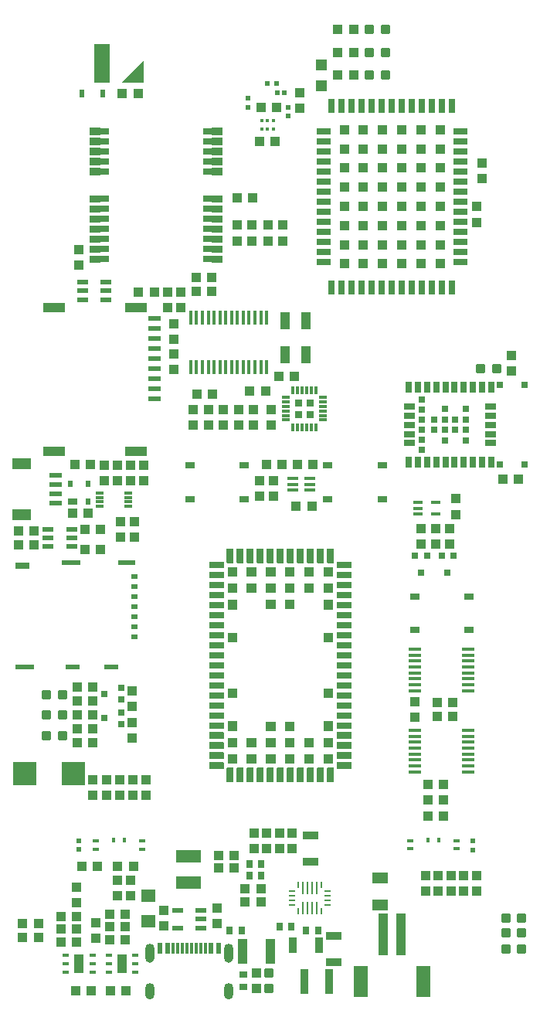
<source format=gtp>
G04*
G04 #@! TF.GenerationSoftware,Altium Limited,Altium Designer,23.1.1 (15)*
G04*
G04 Layer_Color=8421504*
%FSLAX44Y44*%
%MOMM*%
G71*
G04*
G04 #@! TF.SameCoordinates,52DFFBC7-DF18-43FC-A01C-1C5016B87F82*
G04*
G04*
G04 #@! TF.FilePolarity,Positive*
G04*
G01*
G75*
%ADD20C,0.5334*%
%ADD21R,1.1001X1.1001*%
%ADD22R,1.5001X0.8001*%
%ADD23R,0.8001X1.5001*%
%ADD24R,1.1500X0.6000*%
%ADD25R,1.2000X0.4000*%
%ADD26R,1.0000X0.4000*%
%ADD27R,0.7000X0.7000*%
%ADD28R,1.4750X0.4500*%
%ADD29R,0.8500X0.3000*%
%ADD30R,0.6500X0.4500*%
%ADD31R,1.1032X2.0032*%
%ADD32R,0.6299X0.8301*%
%ADD33R,0.3000X0.8499*%
%ADD34R,0.8499X0.3000*%
%ADD35R,1.0000X0.7000*%
%ADD36R,0.6000X0.7000*%
%ADD37R,0.4100X0.3300*%
%ADD38R,0.7000X0.7000*%
%ADD39R,1.1501X0.7000*%
%ADD40R,0.7000X1.1501*%
%ADD41R,1.8001X0.8001*%
%ADD42R,0.7000X0.2500*%
%ADD43R,0.2500X0.7000*%
%ADD44R,0.2500X1.4000*%
%ADD45R,1.7000X4.1999*%
%ADD46R,1.0000X1.0000*%
%ADD47R,2.4000X1.1000*%
%ADD48R,1.4000X0.6200*%
G04:AMPARAMS|DCode=49|XSize=1mm|YSize=1mm|CornerRadius=0.15mm|HoleSize=0mm|Usage=FLASHONLY|Rotation=270.000|XOffset=0mm|YOffset=0mm|HoleType=Round|Shape=RoundedRectangle|*
%AMROUNDEDRECTD49*
21,1,1.0000,0.7000,0,0,270.0*
21,1,0.7000,1.0000,0,0,270.0*
1,1,0.3000,-0.3500,-0.3500*
1,1,0.3000,-0.3500,0.3500*
1,1,0.3000,0.3500,0.3500*
1,1,0.3000,0.3500,-0.3500*
%
%ADD49ROUNDEDRECTD49*%
%ADD50R,0.8001X1.5001*%
%ADD51R,0.7500X0.6000*%
%ADD52R,1.6000X0.5000*%
%ADD53R,2.0000X0.5000*%
%ADD54R,1.5000X0.7000*%
%ADD55R,1.9500X0.5000*%
%ADD56R,1.6000X3.4000*%
%ADD57R,1.0000X4.5999*%
%ADD58R,2.0000X1.1999*%
%ADD59R,1.3500X0.6000*%
%ADD60R,0.9000X0.7500*%
%ADD61R,0.4900X0.5200*%
%ADD62R,1.8200X1.1600*%
%ADD63R,0.6000X1.1500*%
%ADD64R,0.3000X1.1500*%
%ADD65R,0.3500X1.5001*%
%ADD66R,1.1500X1.1500*%
%ADD67R,1.6000X1.4001*%
%ADD68R,0.9500X2.8000*%
%ADD69R,1.1001X1.8999*%
%ADD70R,2.5603X2.5001*%
%ADD71R,2.8000X1.4000*%
%ADD72R,1.7000X0.9500*%
%ADD73R,0.7500X0.9000*%
%ADD74R,1.0000X2.8001*%
%ADD75R,1.1001X1.0000*%
%ADD76R,1.0000X1.1001*%
%ADD77R,0.6000X0.6000*%
%ADD78R,0.4500X0.6000*%
%ADD79R,0.6604X0.3556*%
G04:AMPARAMS|DCode=80|XSize=1mm|YSize=1mm|CornerRadius=0.15mm|HoleSize=0mm|Usage=FLASHONLY|Rotation=180.000|XOffset=0mm|YOffset=0mm|HoleType=Round|Shape=RoundedRectangle|*
%AMROUNDEDRECTD80*
21,1,1.0000,0.7000,0,0,180.0*
21,1,0.7000,1.0000,0,0,180.0*
1,1,0.3000,-0.3500,0.3500*
1,1,0.3000,0.3500,0.3500*
1,1,0.3000,0.3500,-0.3500*
1,1,0.3000,-0.3500,-0.3500*
%
%ADD80ROUNDEDRECTD80*%
%ADD81R,0.6000X0.6000*%
%ADD82R,0.6000X0.6000*%
%ADD83R,0.9500X1.7000*%
G36*
X146814Y1008251D02*
X122814D01*
X146814Y1032251D01*
Y1008251D01*
D02*
G37*
G36*
X110015Y1008050D02*
X93015D01*
Y1050051D01*
X110015D01*
Y1008050D01*
D02*
G37*
G36*
X233655Y950554D02*
X221656D01*
Y951555D01*
X212654D01*
Y957555D01*
X221656D01*
Y958555D01*
X233655D01*
Y950554D01*
D02*
G37*
G36*
X99654Y957555D02*
X108656D01*
Y951555D01*
X99654D01*
Y950554D01*
X87655D01*
Y958555D01*
X99654D01*
Y957555D01*
D02*
G37*
G36*
X233655Y939556D02*
X221656D01*
Y940554D01*
X212654D01*
Y946554D01*
X221656D01*
Y947555D01*
X233655D01*
Y939556D01*
D02*
G37*
G36*
X99654Y946554D02*
X108656D01*
Y940554D01*
X99654D01*
Y939556D01*
X87655D01*
Y947555D01*
X99654D01*
Y946554D01*
D02*
G37*
G36*
X233655Y928555D02*
X221656D01*
Y929556D01*
X212654D01*
Y935556D01*
X221656D01*
Y936554D01*
X233655D01*
Y928555D01*
D02*
G37*
G36*
X99654Y935556D02*
X108656D01*
Y929556D01*
X99654D01*
Y928555D01*
X87655D01*
Y936554D01*
X99654D01*
Y935556D01*
D02*
G37*
G36*
X233655Y917555D02*
X221656D01*
Y918555D01*
X212654D01*
Y924555D01*
X221656D01*
Y925556D01*
X233655D01*
Y917555D01*
D02*
G37*
G36*
X99654Y924555D02*
X108656D01*
Y918555D01*
X99654D01*
Y917555D01*
X87655D01*
Y925556D01*
X99654D01*
Y924555D01*
D02*
G37*
G36*
X233655Y906554D02*
X221656D01*
Y907555D01*
X212654D01*
Y913554D01*
X221656D01*
Y914555D01*
X233655D01*
Y906554D01*
D02*
G37*
G36*
X99654Y913554D02*
X108656D01*
Y907555D01*
X99654D01*
Y906554D01*
X87655D01*
Y914555D01*
X99654D01*
Y913554D01*
D02*
G37*
G36*
X233655Y876554D02*
X221656D01*
Y877555D01*
X212654D01*
Y883554D01*
X221656D01*
Y884555D01*
X233655D01*
Y876554D01*
D02*
G37*
G36*
X99654Y883554D02*
X108656D01*
Y877555D01*
X99654D01*
Y876554D01*
X87655D01*
Y884555D01*
X99654D01*
Y883554D01*
D02*
G37*
G36*
X233655Y865556D02*
X221656D01*
Y866554D01*
X212654D01*
Y872556D01*
X221656D01*
Y873554D01*
X233655D01*
Y865556D01*
D02*
G37*
G36*
X99654Y872556D02*
X108656D01*
Y866554D01*
X99654D01*
Y865556D01*
X87655D01*
Y873554D01*
X99654D01*
Y872556D01*
D02*
G37*
G36*
X233655Y854555D02*
X221656D01*
Y855556D01*
X212654D01*
Y861555D01*
X221656D01*
Y862556D01*
X233655D01*
Y854555D01*
D02*
G37*
G36*
X99654Y861555D02*
X108656D01*
Y855556D01*
X99654D01*
Y854555D01*
X87655D01*
Y862556D01*
X99654D01*
Y861555D01*
D02*
G37*
G36*
X233655Y843554D02*
X221656D01*
Y844555D01*
X212654D01*
Y850555D01*
X221656D01*
Y851555D01*
X233655D01*
Y843554D01*
D02*
G37*
G36*
X99654Y850555D02*
X108656D01*
Y844555D01*
X99654D01*
Y843554D01*
X87655D01*
Y851555D01*
X99654D01*
Y850555D01*
D02*
G37*
G36*
X233655Y832556D02*
X221656D01*
Y833554D01*
X212654D01*
Y839554D01*
X221656D01*
Y840555D01*
X233655D01*
Y832556D01*
D02*
G37*
G36*
X99654Y839554D02*
X108656D01*
Y833554D01*
X99654D01*
Y832556D01*
X87655D01*
Y840555D01*
X99654D01*
Y839554D01*
D02*
G37*
G36*
X233655Y821555D02*
X221656D01*
Y822556D01*
X212654D01*
Y828556D01*
X221656D01*
Y829554D01*
X233655D01*
Y821555D01*
D02*
G37*
G36*
X99654Y828556D02*
X108656D01*
Y822556D01*
X99654D01*
Y821555D01*
X87655D01*
Y829554D01*
X99654D01*
Y828556D01*
D02*
G37*
G36*
X233655Y810555D02*
X221656D01*
Y811555D01*
X212654D01*
Y817555D01*
X221656D01*
Y818556D01*
X233655D01*
Y810555D01*
D02*
G37*
G36*
X99654Y817555D02*
X108656D01*
Y811555D01*
X99654D01*
Y810555D01*
X87655D01*
Y818556D01*
X99654D01*
Y817555D01*
D02*
G37*
G36*
X336916Y667474D02*
X334515D01*
Y675274D01*
X336916D01*
Y667474D01*
D02*
G37*
G36*
X331914D02*
X329514D01*
Y675274D01*
X331914D01*
Y667474D01*
D02*
G37*
G36*
X326916D02*
X324515D01*
Y675274D01*
X326916D01*
Y667474D01*
D02*
G37*
G36*
X321914D02*
X319514D01*
Y675274D01*
X321914D01*
Y667474D01*
D02*
G37*
G36*
X316916D02*
X314515D01*
Y675274D01*
X316916D01*
Y667474D01*
D02*
G37*
G36*
X311915D02*
X309514D01*
Y675274D01*
X311915D01*
Y667474D01*
D02*
G37*
G36*
X347614Y662176D02*
X339814D01*
Y664576D01*
X347614D01*
Y662176D01*
D02*
G37*
G36*
X306616D02*
X298816D01*
Y664576D01*
X306616D01*
Y662176D01*
D02*
G37*
G36*
X347614Y657174D02*
X339814D01*
Y659575D01*
X347614D01*
Y657174D01*
D02*
G37*
G36*
X306616D02*
X298816D01*
Y659575D01*
X306616D01*
Y657174D01*
D02*
G37*
G36*
X333215Y653374D02*
X325714D01*
Y660875D01*
X333215D01*
Y653374D01*
D02*
G37*
G36*
X320716D02*
X313215D01*
Y660875D01*
X320716D01*
Y653374D01*
D02*
G37*
G36*
X347614Y652176D02*
X339814D01*
Y654576D01*
X347614D01*
Y652176D01*
D02*
G37*
G36*
X306616D02*
X298816D01*
Y654576D01*
X306616D01*
Y652176D01*
D02*
G37*
G36*
X347614Y647174D02*
X339814D01*
Y649575D01*
X347614D01*
Y647174D01*
D02*
G37*
G36*
X306616D02*
X298816D01*
Y649575D01*
X306616D01*
Y647174D01*
D02*
G37*
G36*
X347614Y642176D02*
X339814D01*
Y644576D01*
X347614D01*
Y642176D01*
D02*
G37*
G36*
X306616D02*
X298816D01*
Y644576D01*
X306616D01*
Y642176D01*
D02*
G37*
G36*
X333215Y640875D02*
X325714D01*
Y648376D01*
X333215D01*
Y640875D01*
D02*
G37*
G36*
X320716D02*
X313215D01*
Y648376D01*
X320716D01*
Y640875D01*
D02*
G37*
G36*
X347614Y637174D02*
X339814D01*
Y639575D01*
X347614D01*
Y637174D01*
D02*
G37*
G36*
X306616D02*
X298816D01*
Y639575D01*
X306616D01*
Y637174D01*
D02*
G37*
G36*
X336916Y626476D02*
X334515D01*
Y634276D01*
X336916D01*
Y626476D01*
D02*
G37*
G36*
X331914D02*
X329514D01*
Y634276D01*
X331914D01*
Y626476D01*
D02*
G37*
G36*
X326916D02*
X324515D01*
Y634276D01*
X326916D01*
Y626476D01*
D02*
G37*
G36*
X321914D02*
X319514D01*
Y634276D01*
X321914D01*
Y626476D01*
D02*
G37*
G36*
X316916D02*
X314515D01*
Y634276D01*
X316916D01*
Y626476D01*
D02*
G37*
G36*
X311915D02*
X309514D01*
Y634276D01*
X311915D01*
Y626476D01*
D02*
G37*
G36*
X355295Y481820D02*
X347795D01*
Y497319D01*
X355295D01*
Y481820D01*
D02*
G37*
G36*
X344295D02*
X336794D01*
Y497319D01*
X344295D01*
Y481820D01*
D02*
G37*
G36*
X333296D02*
X325796D01*
Y497319D01*
X333296D01*
Y481820D01*
D02*
G37*
G36*
X322295D02*
X314795D01*
Y497319D01*
X322295D01*
Y481820D01*
D02*
G37*
G36*
X311295D02*
X303794D01*
Y497319D01*
X311295D01*
Y481820D01*
D02*
G37*
G36*
X300294D02*
X292796D01*
Y497319D01*
X300294D01*
Y481820D01*
D02*
G37*
G36*
X289296D02*
X281795D01*
Y497319D01*
X289296D01*
Y481820D01*
D02*
G37*
G36*
X278295D02*
X270795D01*
Y497319D01*
X278295D01*
Y481820D01*
D02*
G37*
G36*
X267294D02*
X259794D01*
Y497319D01*
X267294D01*
Y481820D01*
D02*
G37*
G36*
X256296D02*
X248796D01*
Y497319D01*
X256296D01*
Y481820D01*
D02*
G37*
G36*
X245295D02*
X237795D01*
Y497319D01*
X245295D01*
Y481820D01*
D02*
G37*
G36*
X374294Y475821D02*
X358795D01*
Y483319D01*
X374294D01*
Y475821D01*
D02*
G37*
G36*
X234295D02*
X218796D01*
Y483319D01*
X234295D01*
Y475821D01*
D02*
G37*
G36*
X354294Y466819D02*
X343794D01*
Y477319D01*
X354294D01*
Y466819D01*
D02*
G37*
G36*
X333296D02*
X322796D01*
Y477319D01*
X333296D01*
Y466819D01*
D02*
G37*
G36*
X312295D02*
X301795D01*
Y477319D01*
X312295D01*
Y466819D01*
D02*
G37*
G36*
X291295D02*
X280795D01*
Y477319D01*
X291295D01*
Y466819D01*
D02*
G37*
G36*
X270294D02*
X259794D01*
Y477319D01*
X270294D01*
Y466819D01*
D02*
G37*
G36*
X249296D02*
X238796D01*
Y477319D01*
X249296D01*
Y466819D01*
D02*
G37*
G36*
X374294Y464820D02*
X358795D01*
Y472321D01*
X374294D01*
Y464820D01*
D02*
G37*
G36*
X234295D02*
X218796D01*
Y472321D01*
X234295D01*
Y464820D01*
D02*
G37*
G36*
X374294Y453819D02*
X358795D01*
Y461320D01*
X374294D01*
Y453819D01*
D02*
G37*
G36*
X234295D02*
X218796D01*
Y461320D01*
X234295D01*
Y453819D01*
D02*
G37*
G36*
X354294Y448820D02*
X343794D01*
Y459321D01*
X354294D01*
Y448820D01*
D02*
G37*
G36*
X333296D02*
X322796D01*
Y459321D01*
X333296D01*
Y448820D01*
D02*
G37*
G36*
X312295D02*
X301795D01*
Y459321D01*
X312295D01*
Y448820D01*
D02*
G37*
G36*
X291295D02*
X280795D01*
Y459321D01*
X291295D01*
Y448820D01*
D02*
G37*
G36*
X270294D02*
X259794D01*
Y459321D01*
X270294D01*
Y448820D01*
D02*
G37*
G36*
X249296D02*
X238796D01*
Y459321D01*
X249296D01*
Y448820D01*
D02*
G37*
G36*
X374294Y442821D02*
X358795D01*
Y450319D01*
X374294D01*
Y442821D01*
D02*
G37*
G36*
X234295D02*
X218796D01*
Y450319D01*
X234295D01*
Y442821D01*
D02*
G37*
G36*
X374294Y431820D02*
X358795D01*
Y439321D01*
X374294D01*
Y431820D01*
D02*
G37*
G36*
X234295D02*
X218796D01*
Y439321D01*
X234295D01*
Y431820D01*
D02*
G37*
G36*
X312295Y431320D02*
X301795D01*
Y441320D01*
X312295D01*
Y431320D01*
D02*
G37*
G36*
X291295D02*
X280795D01*
Y441320D01*
X291295D01*
Y431320D01*
D02*
G37*
G36*
X354294Y430820D02*
X343794D01*
Y441320D01*
X354294D01*
Y430820D01*
D02*
G37*
G36*
X249296D02*
X238796D01*
Y441320D01*
X249296D01*
Y430820D01*
D02*
G37*
G36*
X374294Y420820D02*
X358795D01*
Y428320D01*
X374294D01*
Y420820D01*
D02*
G37*
G36*
X234295D02*
X218796D01*
Y428320D01*
X234295D01*
Y420820D01*
D02*
G37*
G36*
X374294Y409819D02*
X358795D01*
Y417319D01*
X374294D01*
Y409819D01*
D02*
G37*
G36*
X234295D02*
X218796D01*
Y417319D01*
X234295D01*
Y409819D01*
D02*
G37*
G36*
X374294Y398821D02*
X358795D01*
Y406321D01*
X374294D01*
Y398821D01*
D02*
G37*
G36*
X234295D02*
X218796D01*
Y406321D01*
X234295D01*
Y398821D01*
D02*
G37*
G36*
X354294Y394820D02*
X343794D01*
Y405321D01*
X354294D01*
Y394820D01*
D02*
G37*
G36*
X249296D02*
X238796D01*
Y405321D01*
X249296D01*
Y394820D01*
D02*
G37*
G36*
X374294Y387820D02*
X358795D01*
Y395321D01*
X374294D01*
Y387820D01*
D02*
G37*
G36*
X234295D02*
X218796D01*
Y395321D01*
X234295D01*
Y387820D01*
D02*
G37*
G36*
X374294Y376819D02*
X358795D01*
Y384320D01*
X374294D01*
Y376819D01*
D02*
G37*
G36*
X234295D02*
X218796D01*
Y384320D01*
X234295D01*
Y376819D01*
D02*
G37*
G36*
X374294Y365821D02*
X358795D01*
Y373319D01*
X374294D01*
Y365821D01*
D02*
G37*
G36*
X234295D02*
X218796D01*
Y373319D01*
X234295D01*
Y365821D01*
D02*
G37*
G36*
X374294Y354820D02*
X358795D01*
Y362321D01*
X374294D01*
Y354820D01*
D02*
G37*
G36*
X234295D02*
X218796D01*
Y362321D01*
X234295D01*
Y354820D01*
D02*
G37*
G36*
X374294Y343820D02*
X358795D01*
Y351320D01*
X374294D01*
Y343820D01*
D02*
G37*
G36*
X234295D02*
X218796D01*
Y351320D01*
X234295D01*
Y343820D01*
D02*
G37*
G36*
X354294Y333820D02*
X343794D01*
Y344320D01*
X354294D01*
Y333820D01*
D02*
G37*
G36*
X249296D02*
X238796D01*
Y344320D01*
X249296D01*
Y333820D01*
D02*
G37*
G36*
X374294Y332819D02*
X358795D01*
Y340319D01*
X374294D01*
Y332819D01*
D02*
G37*
G36*
X234295D02*
X218796D01*
Y340319D01*
X234295D01*
Y332819D01*
D02*
G37*
G36*
X374294Y321820D02*
X358795D01*
Y329321D01*
X374294D01*
Y321820D01*
D02*
G37*
G36*
X234295D02*
X218796D01*
Y329321D01*
X234295D01*
Y321820D01*
D02*
G37*
G36*
X374294Y310820D02*
X358795D01*
Y318320D01*
X374294D01*
Y310820D01*
D02*
G37*
G36*
X234295D02*
X218796D01*
Y318320D01*
X234295D01*
Y310820D01*
D02*
G37*
G36*
X374294Y299819D02*
X358795D01*
Y307320D01*
X374294D01*
Y299819D01*
D02*
G37*
G36*
X234295D02*
X218796D01*
Y307320D01*
X234295D01*
Y299819D01*
D02*
G37*
G36*
X354294Y297820D02*
X343794D01*
Y308320D01*
X354294D01*
Y297820D01*
D02*
G37*
G36*
X312295D02*
X301795D01*
Y307820D01*
X312295D01*
Y297820D01*
D02*
G37*
G36*
X291295D02*
X280795D01*
Y307820D01*
X291295D01*
Y297820D01*
D02*
G37*
G36*
X249296D02*
X238796D01*
Y308320D01*
X249296D01*
Y297820D01*
D02*
G37*
G36*
X374294Y288821D02*
X358795D01*
Y296319D01*
X374294D01*
Y288821D01*
D02*
G37*
G36*
X234295D02*
X218796D01*
Y296319D01*
X234295D01*
Y288821D01*
D02*
G37*
G36*
X354294Y279819D02*
X343794D01*
Y290319D01*
X354294D01*
Y279819D01*
D02*
G37*
G36*
X333296D02*
X322796D01*
Y290319D01*
X333296D01*
Y279819D01*
D02*
G37*
G36*
X312295D02*
X301795D01*
Y290319D01*
X312295D01*
Y279819D01*
D02*
G37*
G36*
X291295D02*
X280795D01*
Y290319D01*
X291295D01*
Y279819D01*
D02*
G37*
G36*
X270294D02*
X259794D01*
Y290319D01*
X270294D01*
Y279819D01*
D02*
G37*
G36*
X249296D02*
X238796D01*
Y290319D01*
X249296D01*
Y279819D01*
D02*
G37*
G36*
X374294Y277820D02*
X358795D01*
Y285321D01*
X374294D01*
Y277820D01*
D02*
G37*
G36*
X234295D02*
X218796D01*
Y285321D01*
X234295D01*
Y277820D01*
D02*
G37*
G36*
X374294Y266819D02*
X358795D01*
Y274320D01*
X374294D01*
Y266819D01*
D02*
G37*
G36*
X234295D02*
X218796D01*
Y274320D01*
X234295D01*
Y266819D01*
D02*
G37*
G36*
X354294Y261821D02*
X343794D01*
Y272321D01*
X354294D01*
Y261821D01*
D02*
G37*
G36*
X333296D02*
X322796D01*
Y272321D01*
X333296D01*
Y261821D01*
D02*
G37*
G36*
X312295D02*
X301795D01*
Y272321D01*
X312295D01*
Y261821D01*
D02*
G37*
G36*
X291295D02*
X280795D01*
Y272321D01*
X291295D01*
Y261821D01*
D02*
G37*
G36*
X270294D02*
X259794D01*
Y272321D01*
X270294D01*
Y261821D01*
D02*
G37*
G36*
X249296D02*
X238796D01*
Y272321D01*
X249296D01*
Y261821D01*
D02*
G37*
G36*
X374294Y255821D02*
X358795D01*
Y263319D01*
X374294D01*
Y255821D01*
D02*
G37*
G36*
X234295D02*
X218796D01*
Y263319D01*
X234295D01*
Y255821D01*
D02*
G37*
G36*
X355295Y241821D02*
X347795D01*
Y257320D01*
X355295D01*
Y241821D01*
D02*
G37*
G36*
X344295D02*
X336794D01*
Y257320D01*
X344295D01*
Y241821D01*
D02*
G37*
G36*
X333296D02*
X325796D01*
Y257320D01*
X333296D01*
Y241821D01*
D02*
G37*
G36*
X322295D02*
X314795D01*
Y257320D01*
X322295D01*
Y241821D01*
D02*
G37*
G36*
X311295D02*
X303794D01*
Y257320D01*
X311295D01*
Y241821D01*
D02*
G37*
G36*
X300294D02*
X292796D01*
Y257320D01*
X300294D01*
Y241821D01*
D02*
G37*
G36*
X289296D02*
X281795D01*
Y257320D01*
X289296D01*
Y241821D01*
D02*
G37*
G36*
X278295D02*
X270795D01*
Y257320D01*
X278295D01*
Y241821D01*
D02*
G37*
G36*
X267294D02*
X259794D01*
Y257320D01*
X267294D01*
Y241821D01*
D02*
G37*
G36*
X256296D02*
X248796D01*
Y257320D01*
X256296D01*
Y241821D01*
D02*
G37*
G36*
X245295D02*
X237795D01*
Y257320D01*
X245295D01*
Y241821D01*
D02*
G37*
D20*
X156210Y59690D02*
G03*
X153670Y62230I-2540J0D01*
G01*
Y46228D02*
G03*
X156210Y48768I0J2540D01*
G01*
X153670Y62230D02*
G03*
X151130Y59690I0J-2540D01*
G01*
Y48768D02*
G03*
X153670Y46228I2540J0D01*
G01*
X242570Y59690D02*
G03*
X240030Y62230I-2540J0D01*
G01*
Y46228D02*
G03*
X242570Y48768I0J2540D01*
G01*
X240030Y62230D02*
G03*
X237490Y59690I0J-2540D01*
G01*
Y48768D02*
G03*
X240030Y46228I2540J0D01*
G01*
X156210Y16510D02*
G03*
X153670Y19050I-2540J0D01*
G01*
Y6096D02*
G03*
X156210Y8636I0J2540D01*
G01*
X153670Y19050D02*
G03*
X151130Y16510I0J-2540D01*
G01*
Y8636D02*
G03*
X153670Y6096I2540J0D01*
G01*
X242570Y16510D02*
G03*
X240030Y19050I-2540J0D01*
G01*
Y6096D02*
G03*
X242570Y8636I0J2540D01*
G01*
X240030Y19050D02*
G03*
X237490Y16510I0J-2540D01*
G01*
Y8636D02*
G03*
X240030Y6096I2540J0D01*
G01*
X156210Y48768D02*
Y59690D01*
X151130Y48768D02*
Y59690D01*
X242570Y48768D02*
Y59690D01*
X237490Y48768D02*
Y59690D01*
X156210Y8636D02*
Y16510D01*
X151130Y8636D02*
Y16510D01*
X242570Y8636D02*
Y16510D01*
X237490Y8636D02*
Y16510D01*
D21*
X366669Y956404D02*
D03*
Y935406D02*
D03*
Y914405D02*
D03*
Y893404D02*
D03*
Y872406D02*
D03*
Y851405D02*
D03*
Y830405D02*
D03*
Y809404D02*
D03*
X387670D02*
D03*
Y830405D02*
D03*
Y851405D02*
D03*
Y872406D02*
D03*
Y893404D02*
D03*
Y914405D02*
D03*
Y935406D02*
D03*
Y956404D02*
D03*
X408671D02*
D03*
Y935406D02*
D03*
Y914405D02*
D03*
Y893404D02*
D03*
Y872406D02*
D03*
Y851405D02*
D03*
Y830405D02*
D03*
Y809404D02*
D03*
X429669D02*
D03*
Y830405D02*
D03*
Y851405D02*
D03*
Y872406D02*
D03*
Y893404D02*
D03*
Y914405D02*
D03*
Y935406D02*
D03*
Y956404D02*
D03*
X450670D02*
D03*
Y935406D02*
D03*
Y914405D02*
D03*
Y893404D02*
D03*
Y872406D02*
D03*
Y851405D02*
D03*
Y830405D02*
D03*
Y809404D02*
D03*
X471670D02*
D03*
Y830405D02*
D03*
Y851405D02*
D03*
Y872406D02*
D03*
Y893404D02*
D03*
Y914405D02*
D03*
Y935406D02*
D03*
Y956404D02*
D03*
X286045Y436070D02*
D03*
X307045D02*
D03*
X286045Y303070D02*
D03*
X307045D02*
D03*
X244046Y472069D02*
D03*
X265044D02*
D03*
X286045D02*
D03*
X307045D02*
D03*
X328046D02*
D03*
X349044D02*
D03*
X244046Y454071D02*
D03*
X265044D02*
D03*
X286045D02*
D03*
X307045D02*
D03*
X328046D02*
D03*
X349044D02*
D03*
X244046Y436070D02*
D03*
X349044D02*
D03*
X244046Y400070D02*
D03*
X349044D02*
D03*
X244046Y339070D02*
D03*
X349044D02*
D03*
X244046Y303070D02*
D03*
X349044D02*
D03*
X244046Y285069D02*
D03*
X265044D02*
D03*
X286045D02*
D03*
X307045D02*
D03*
X328046D02*
D03*
X349044D02*
D03*
X244046Y267071D02*
D03*
X265044D02*
D03*
X286045D02*
D03*
X307045D02*
D03*
X328046D02*
D03*
X349044D02*
D03*
D22*
X344170Y954405D02*
D03*
Y943404D02*
D03*
Y932406D02*
D03*
Y921405D02*
D03*
Y910405D02*
D03*
Y899404D02*
D03*
Y888406D02*
D03*
Y877405D02*
D03*
Y866404D02*
D03*
Y855406D02*
D03*
Y844405D02*
D03*
Y833404D02*
D03*
Y822404D02*
D03*
Y811405D02*
D03*
X493669D02*
D03*
Y822404D02*
D03*
Y833404D02*
D03*
Y844405D02*
D03*
Y855406D02*
D03*
Y866404D02*
D03*
Y877405D02*
D03*
Y888406D02*
D03*
Y899404D02*
D03*
Y910405D02*
D03*
Y921405D02*
D03*
Y932406D02*
D03*
Y943404D02*
D03*
Y954405D02*
D03*
X227045Y259570D02*
D03*
Y270571D02*
D03*
Y281569D02*
D03*
Y292570D02*
D03*
Y303571D02*
D03*
Y314569D02*
D03*
Y325570D02*
D03*
Y336570D02*
D03*
Y347571D02*
D03*
Y358569D02*
D03*
Y369570D02*
D03*
Y380571D02*
D03*
Y391569D02*
D03*
Y402570D02*
D03*
Y413570D02*
D03*
Y424571D02*
D03*
Y435569D02*
D03*
Y446570D02*
D03*
Y457571D02*
D03*
Y468569D02*
D03*
Y479570D02*
D03*
X366045D02*
D03*
Y468569D02*
D03*
Y457571D02*
D03*
Y446570D02*
D03*
Y435569D02*
D03*
Y424571D02*
D03*
Y413570D02*
D03*
Y402570D02*
D03*
Y391569D02*
D03*
Y380571D02*
D03*
Y369570D02*
D03*
Y358569D02*
D03*
Y347571D02*
D03*
Y336570D02*
D03*
Y325570D02*
D03*
Y314569D02*
D03*
Y303571D02*
D03*
Y292570D02*
D03*
Y281569D02*
D03*
Y270571D02*
D03*
Y259570D02*
D03*
D23*
X352669Y783405D02*
D03*
X363670D02*
D03*
X374670D02*
D03*
X385671D02*
D03*
X396669D02*
D03*
X407670D02*
D03*
X418671D02*
D03*
X429669D02*
D03*
X440670D02*
D03*
X451670D02*
D03*
X462671D02*
D03*
X473669D02*
D03*
X484670D02*
D03*
Y982406D02*
D03*
X473669D02*
D03*
X462671D02*
D03*
X451670D02*
D03*
X440670D02*
D03*
X429669D02*
D03*
X418671D02*
D03*
X407670D02*
D03*
X396669D02*
D03*
X385671D02*
D03*
X374670D02*
D03*
X363670D02*
D03*
X352669D02*
D03*
D24*
X105710Y789280D02*
D03*
Y779780D02*
D03*
Y770280D02*
D03*
X79710D02*
D03*
Y779780D02*
D03*
Y789280D02*
D03*
X209350Y81940D02*
D03*
Y91440D02*
D03*
Y100940D02*
D03*
X184350D02*
D03*
Y81940D02*
D03*
X41776Y518836D02*
D03*
Y509336D02*
D03*
Y499836D02*
D03*
X67776D02*
D03*
Y509336D02*
D03*
Y518836D02*
D03*
D25*
X329096Y574517D02*
D03*
Y568017D02*
D03*
Y561517D02*
D03*
X310096D02*
D03*
Y568017D02*
D03*
Y574517D02*
D03*
D26*
X447294Y548294D02*
D03*
Y541794D02*
D03*
Y535294D02*
D03*
X467294D02*
D03*
Y548294D02*
D03*
D27*
X103779Y311785D02*
D03*
X122281Y318285D02*
D03*
Y305285D02*
D03*
Y331955D02*
D03*
Y344955D02*
D03*
X103779Y338455D02*
D03*
D28*
X502836Y298340D02*
D03*
Y291840D02*
D03*
Y285340D02*
D03*
Y278840D02*
D03*
Y272340D02*
D03*
Y265840D02*
D03*
Y259340D02*
D03*
Y252840D02*
D03*
X444076D02*
D03*
Y259340D02*
D03*
Y265840D02*
D03*
Y272340D02*
D03*
Y278840D02*
D03*
Y285340D02*
D03*
Y291840D02*
D03*
Y298340D02*
D03*
Y387240D02*
D03*
Y380740D02*
D03*
Y374240D02*
D03*
Y367740D02*
D03*
Y361240D02*
D03*
Y354740D02*
D03*
Y348240D02*
D03*
Y341740D02*
D03*
X502836D02*
D03*
Y348240D02*
D03*
Y354740D02*
D03*
Y361240D02*
D03*
Y367740D02*
D03*
Y374240D02*
D03*
Y380740D02*
D03*
Y387240D02*
D03*
D29*
X130050Y543680D02*
D03*
Y548680D02*
D03*
Y553680D02*
D03*
Y558680D02*
D03*
X98550D02*
D03*
Y553680D02*
D03*
Y548680D02*
D03*
Y543680D02*
D03*
D30*
X137632Y33472D02*
D03*
Y42972D02*
D03*
Y52472D02*
D03*
X108632D02*
D03*
Y42972D02*
D03*
Y33472D02*
D03*
X61642Y33218D02*
D03*
Y42718D02*
D03*
Y52218D02*
D03*
X90642D02*
D03*
Y42718D02*
D03*
Y33218D02*
D03*
D31*
X123132Y42972D02*
D03*
X76142Y42718D02*
D03*
D32*
X79304Y995680D02*
D03*
X102306D02*
D03*
D33*
X335714Y671375D02*
D03*
X330716D02*
D03*
X325714D02*
D03*
X320716D02*
D03*
X315714D02*
D03*
X310716D02*
D03*
Y630375D02*
D03*
X315714D02*
D03*
X320716D02*
D03*
X325714D02*
D03*
X330716D02*
D03*
X335714D02*
D03*
D34*
X302715Y663374D02*
D03*
Y658376D02*
D03*
Y653374D02*
D03*
Y648376D02*
D03*
Y643374D02*
D03*
Y638376D02*
D03*
X343715D02*
D03*
Y643374D02*
D03*
Y648376D02*
D03*
Y653374D02*
D03*
Y658376D02*
D03*
Y663374D02*
D03*
D35*
X443710Y445220D02*
D03*
X503710D02*
D03*
X443710Y408220D02*
D03*
X503710D02*
D03*
X68700Y548800D02*
D03*
X257330Y551730D02*
D03*
X197330D02*
D03*
X257330Y588730D02*
D03*
X197330D02*
D03*
X408460Y551730D02*
D03*
X348460D02*
D03*
X408460Y588730D02*
D03*
X348460D02*
D03*
D36*
X66700Y568800D02*
D03*
X85700D02*
D03*
Y548800D02*
D03*
D37*
X289075Y966718D02*
D03*
X282575D02*
D03*
X276075D02*
D03*
Y956818D02*
D03*
X282575D02*
D03*
X289075D02*
D03*
D38*
X537545Y676595D02*
D03*
X564045D02*
D03*
X537545Y589595D02*
D03*
X564045D02*
D03*
X465346Y639095D02*
D03*
Y627596D02*
D03*
X476844Y650596D02*
D03*
Y639095D02*
D03*
Y627596D02*
D03*
Y616095D02*
D03*
X488345Y639095D02*
D03*
Y627596D02*
D03*
X499844Y650596D02*
D03*
Y639095D02*
D03*
Y627596D02*
D03*
Y616095D02*
D03*
X452044Y660596D02*
D03*
Y649595D02*
D03*
Y638594D02*
D03*
Y627596D02*
D03*
Y616595D02*
D03*
Y605594D02*
D03*
X486560Y489946D02*
D03*
X473560D02*
D03*
X480060Y471444D02*
D03*
X450850D02*
D03*
X444350Y489946D02*
D03*
X457350D02*
D03*
D39*
X438295Y613095D02*
D03*
Y623095D02*
D03*
Y633095D02*
D03*
Y643095D02*
D03*
Y653095D02*
D03*
X526796D02*
D03*
Y643095D02*
D03*
Y633095D02*
D03*
Y623095D02*
D03*
Y613095D02*
D03*
D40*
X437546Y674345D02*
D03*
X447546D02*
D03*
X457545D02*
D03*
X467545D02*
D03*
X477545D02*
D03*
X487545D02*
D03*
X497545D02*
D03*
X507545D02*
D03*
X517545D02*
D03*
X527545D02*
D03*
Y591845D02*
D03*
X517545D02*
D03*
X507545D02*
D03*
X497545D02*
D03*
X487545D02*
D03*
X477545D02*
D03*
X467545D02*
D03*
X457545D02*
D03*
X447546D02*
D03*
X437546D02*
D03*
D41*
X220655Y814555D02*
D03*
Y825556D02*
D03*
Y836554D02*
D03*
Y847555D02*
D03*
Y858556D02*
D03*
Y869554D02*
D03*
Y880555D02*
D03*
Y910554D02*
D03*
Y921555D02*
D03*
Y932556D02*
D03*
Y943554D02*
D03*
Y954555D02*
D03*
X100655D02*
D03*
Y943554D02*
D03*
Y932556D02*
D03*
Y921555D02*
D03*
Y910554D02*
D03*
Y880555D02*
D03*
Y869554D02*
D03*
Y858556D02*
D03*
Y847555D02*
D03*
Y836554D02*
D03*
Y825556D02*
D03*
Y814555D02*
D03*
D42*
X309430Y107300D02*
D03*
Y112300D02*
D03*
Y117300D02*
D03*
Y122300D02*
D03*
X348430D02*
D03*
Y117300D02*
D03*
Y112300D02*
D03*
Y107300D02*
D03*
D43*
X316430Y129300D02*
D03*
X341430D02*
D03*
Y100300D02*
D03*
X316430D02*
D03*
D44*
X321430Y125800D02*
D03*
X326430D02*
D03*
X331430D02*
D03*
X336430D02*
D03*
Y103800D02*
D03*
X331430D02*
D03*
X326430D02*
D03*
X321430D02*
D03*
D45*
X101516Y1029051D02*
D03*
D46*
X140335Y1014829D02*
D03*
D47*
X138750Y603731D02*
D03*
X48750Y761613D02*
D03*
X138750D02*
D03*
X48750Y603731D02*
D03*
D48*
X158750Y749421D02*
D03*
Y738421D02*
D03*
Y727421D02*
D03*
Y716421D02*
D03*
Y705421D02*
D03*
Y694421D02*
D03*
Y683421D02*
D03*
Y672421D02*
D03*
Y661421D02*
D03*
D49*
X561221Y92710D02*
D03*
X543679D02*
D03*
Y76700D02*
D03*
X561221D02*
D03*
X543679Y58920D02*
D03*
X561221D02*
D03*
X57666Y337185D02*
D03*
X40124D02*
D03*
X411996Y1016000D02*
D03*
X394454D02*
D03*
X533916Y694690D02*
D03*
X516374D02*
D03*
X394454Y1066165D02*
D03*
X411996D02*
D03*
Y1040765D02*
D03*
X394454D02*
D03*
X40124Y292100D02*
D03*
X57666D02*
D03*
Y314960D02*
D03*
X40124D02*
D03*
D50*
X351546Y250071D02*
D03*
X340545D02*
D03*
X329545D02*
D03*
X318544D02*
D03*
X307546D02*
D03*
X296545D02*
D03*
X285544D02*
D03*
X274546D02*
D03*
X263545D02*
D03*
X252545D02*
D03*
X241544D02*
D03*
Y489069D02*
D03*
X252545D02*
D03*
X263545D02*
D03*
X274546D02*
D03*
X285544D02*
D03*
X296545D02*
D03*
X307546D02*
D03*
X318544D02*
D03*
X329545D02*
D03*
X340545D02*
D03*
X351546D02*
D03*
D51*
X136370Y422942D02*
D03*
Y455942D02*
D03*
Y433942D02*
D03*
Y411942D02*
D03*
Y466942D02*
D03*
Y444942D02*
D03*
Y400942D02*
D03*
D52*
X111120Y367942D02*
D03*
X69120D02*
D03*
D53*
X16120D02*
D03*
X67120Y481942D02*
D03*
D54*
X13620Y478442D02*
D03*
D55*
X128370Y481942D02*
D03*
D56*
X385100Y23099D02*
D03*
X453100D02*
D03*
D57*
X409100Y75100D02*
D03*
X429100D02*
D03*
D58*
X13541Y590611D02*
D03*
Y534609D02*
D03*
D59*
X50292Y547609D02*
D03*
Y557609D02*
D03*
Y567611D02*
D03*
Y577611D02*
D03*
D60*
X256540Y30630D02*
D03*
Y17630D02*
D03*
D61*
X293130Y996950D02*
D03*
X301230D02*
D03*
D62*
X406400Y136670D02*
D03*
Y107170D02*
D03*
D63*
X228850Y60030D02*
D03*
X164850D02*
D03*
X220850D02*
D03*
X172850D02*
D03*
D64*
X214350D02*
D03*
X209350D02*
D03*
X204350D02*
D03*
X199350D02*
D03*
X194350D02*
D03*
X189350D02*
D03*
X184350D02*
D03*
X179350D02*
D03*
D65*
X281630Y696265D02*
D03*
X275229D02*
D03*
X268831D02*
D03*
X262430D02*
D03*
X256029D02*
D03*
X249631D02*
D03*
X243030D02*
D03*
X236830D02*
D03*
X230429D02*
D03*
X224030D02*
D03*
X217630D02*
D03*
X211229D02*
D03*
X204831D02*
D03*
X198430D02*
D03*
Y750265D02*
D03*
X204831D02*
D03*
X211229D02*
D03*
X217630D02*
D03*
X224030D02*
D03*
X230429D02*
D03*
X236830D02*
D03*
X243230D02*
D03*
X249631D02*
D03*
X256029D02*
D03*
X262430D02*
D03*
X268831D02*
D03*
X275229D02*
D03*
X281630D02*
D03*
D66*
X341630Y1027750D02*
D03*
Y1004250D02*
D03*
D67*
X151638Y117633D02*
D03*
Y89632D02*
D03*
D68*
X350300Y23360D02*
D03*
X322800D02*
D03*
D69*
X324556Y709846D02*
D03*
Y746844D02*
D03*
X301554D02*
D03*
Y709846D02*
D03*
D70*
X16459Y250825D02*
D03*
X69901D02*
D03*
D71*
X196088Y132050D02*
D03*
Y160050D02*
D03*
D72*
X330200Y154410D02*
D03*
Y183410D02*
D03*
X355600Y73420D02*
D03*
Y44420D02*
D03*
D73*
X275740Y151630D02*
D03*
X262740D02*
D03*
X295760Y83050D02*
D03*
X308760D02*
D03*
X324970Y79240D02*
D03*
X337970D02*
D03*
X275740Y138930D02*
D03*
X262740D02*
D03*
X254150Y78740D02*
D03*
X241150D02*
D03*
D74*
X285511Y55880D02*
D03*
X255509D02*
D03*
D75*
X118501Y149098D02*
D03*
X135499D02*
D03*
X266309Y881380D02*
D03*
X249311D02*
D03*
X127117Y12700D02*
D03*
X110119D02*
D03*
X72273D02*
D03*
X89271D02*
D03*
X245989Y161290D02*
D03*
X228991D02*
D03*
X245989Y147320D02*
D03*
X228991D02*
D03*
X109812Y97075D02*
D03*
X126810D02*
D03*
Y83105D02*
D03*
X109812D02*
D03*
Y69135D02*
D03*
X126810D02*
D03*
X71257Y589788D02*
D03*
X88255D02*
D03*
X85969Y535940D02*
D03*
X68971D02*
D03*
X99431Y496570D02*
D03*
X82433D02*
D03*
X82179Y518160D02*
D03*
X99177D02*
D03*
X9994Y516890D02*
D03*
X26991D02*
D03*
Y501650D02*
D03*
X9994D02*
D03*
X468767Y313690D02*
D03*
X485765D02*
D03*
X74051Y330200D02*
D03*
X91049D02*
D03*
X468767Y328930D02*
D03*
X485765D02*
D03*
X475605Y238760D02*
D03*
X458607D02*
D03*
X74051Y299720D02*
D03*
X91049D02*
D03*
X274076Y943229D02*
D03*
X291074D02*
D03*
X123581Y995680D02*
D03*
X140579D02*
D03*
X221224Y779145D02*
D03*
X204226D02*
D03*
X221224Y794385D02*
D03*
X204226D02*
D03*
X74051Y345440D02*
D03*
X91049D02*
D03*
Y314960D02*
D03*
X74051D02*
D03*
X280279Y669925D02*
D03*
X263281D02*
D03*
X295031Y685800D02*
D03*
X312029D02*
D03*
X298694Y589915D02*
D03*
X281696D02*
D03*
X331079Y543560D02*
D03*
X314081D02*
D03*
X222494Y666750D02*
D03*
X205496D02*
D03*
X292344Y981075D02*
D03*
X275346D02*
D03*
X73269Y66548D02*
D03*
X56271D02*
D03*
Y94488D02*
D03*
X73269D02*
D03*
Y80518D02*
D03*
X56271D02*
D03*
X540776Y573405D02*
D03*
X557774D02*
D03*
X359801Y1066165D02*
D03*
X376799D02*
D03*
Y1040765D02*
D03*
X359801D02*
D03*
Y1016000D02*
D03*
X376799D02*
D03*
X141361Y778510D02*
D03*
X158359D02*
D03*
X332349Y589915D02*
D03*
X315351D02*
D03*
X91049Y284480D02*
D03*
X74051D02*
D03*
X458607Y222250D02*
D03*
X475605D02*
D03*
X458607Y204470D02*
D03*
X475605D02*
D03*
X275199Y110490D02*
D03*
X258201D02*
D03*
Y124960D02*
D03*
X275199D02*
D03*
X31359Y71374D02*
D03*
X14361D02*
D03*
Y86360D02*
D03*
X31359D02*
D03*
X96383Y149098D02*
D03*
X79385D02*
D03*
D76*
X120650Y227086D02*
D03*
Y244084D02*
D03*
X168910Y84211D02*
D03*
Y101209D02*
D03*
X227076Y103495D02*
D03*
Y86497D02*
D03*
X180340Y693811D02*
D03*
Y710809D02*
D03*
X455930Y139309D02*
D03*
Y122311D02*
D03*
X469900D02*
D03*
Y139309D02*
D03*
X273685Y571744D02*
D03*
Y554746D02*
D03*
X289560D02*
D03*
Y571744D02*
D03*
X121920Y510296D02*
D03*
Y527294D02*
D03*
X106045Y244084D02*
D03*
Y227086D02*
D03*
X91440D02*
D03*
Y244084D02*
D03*
X132334Y589143D02*
D03*
Y572145D02*
D03*
X444246Y312811D02*
D03*
Y329809D02*
D03*
X482600Y519674D02*
D03*
Y502676D02*
D03*
X450850D02*
D03*
Y519674D02*
D03*
X134620Y341874D02*
D03*
Y324876D02*
D03*
X466725Y519674D02*
D03*
Y502676D02*
D03*
X146812Y589143D02*
D03*
Y572145D02*
D03*
X134620Y289951D02*
D03*
Y306949D02*
D03*
X135255Y244084D02*
D03*
Y227086D02*
D03*
X249555Y834781D02*
D03*
Y851779D02*
D03*
X265430D02*
D03*
Y834781D02*
D03*
X511810Y855101D02*
D03*
Y872099D02*
D03*
X318262Y997067D02*
D03*
Y980069D02*
D03*
X76200Y808111D02*
D03*
Y825109D02*
D03*
X283210Y834781D02*
D03*
Y851779D02*
D03*
X299085D02*
D03*
Y834781D02*
D03*
X173355Y778754D02*
D03*
Y761756D02*
D03*
X187452Y778627D02*
D03*
Y761629D02*
D03*
X234315Y632851D02*
D03*
Y649849D02*
D03*
X217805D02*
D03*
Y632851D02*
D03*
X201295Y649849D02*
D03*
Y632851D02*
D03*
X286385D02*
D03*
Y649849D02*
D03*
X250825Y632851D02*
D03*
Y649849D02*
D03*
X267335Y632851D02*
D03*
Y649849D02*
D03*
X180340Y726831D02*
D03*
Y743829D02*
D03*
X549910Y708904D02*
D03*
Y691906D02*
D03*
X149860Y227086D02*
D03*
Y244084D02*
D03*
X270510Y15631D02*
D03*
Y32629D02*
D03*
X488950Y535061D02*
D03*
Y552059D02*
D03*
X137160Y527294D02*
D03*
Y510296D02*
D03*
X103378Y572145D02*
D03*
Y589143D02*
D03*
X117856Y572145D02*
D03*
Y589143D02*
D03*
X511810Y139309D02*
D03*
Y122311D02*
D03*
X483870Y139309D02*
D03*
Y122311D02*
D03*
X295910Y168531D02*
D03*
Y185529D02*
D03*
X281940D02*
D03*
Y168531D02*
D03*
X267970Y185529D02*
D03*
Y168531D02*
D03*
X309880Y185529D02*
D03*
Y168531D02*
D03*
X497840Y139309D02*
D03*
Y122311D02*
D03*
X517354Y902829D02*
D03*
Y919826D02*
D03*
X73660Y126355D02*
D03*
Y109357D02*
D03*
X94742Y88001D02*
D03*
Y71003D02*
D03*
X132588Y134229D02*
D03*
Y117231D02*
D03*
X118110D02*
D03*
Y134229D02*
D03*
D77*
X305562Y971121D02*
D03*
Y981123D02*
D03*
X76200Y167719D02*
D03*
X508000Y167084D02*
D03*
Y177086D02*
D03*
X261366Y991029D02*
D03*
Y981027D02*
D03*
D78*
X470350Y177800D02*
D03*
X458350D02*
D03*
X113630D02*
D03*
X125630D02*
D03*
D79*
X439000Y168656D02*
D03*
Y177292D02*
D03*
X94500Y168402D02*
D03*
Y177038D02*
D03*
X489700Y168656D02*
D03*
Y177292D02*
D03*
X144990Y168402D02*
D03*
Y177038D02*
D03*
D80*
X284480Y32901D02*
D03*
Y15359D02*
D03*
D81*
X282654Y1007110D02*
D03*
X292656D02*
D03*
D82*
X76200Y177721D02*
D03*
D83*
X310366Y62738D02*
D03*
X339366D02*
D03*
M02*

</source>
